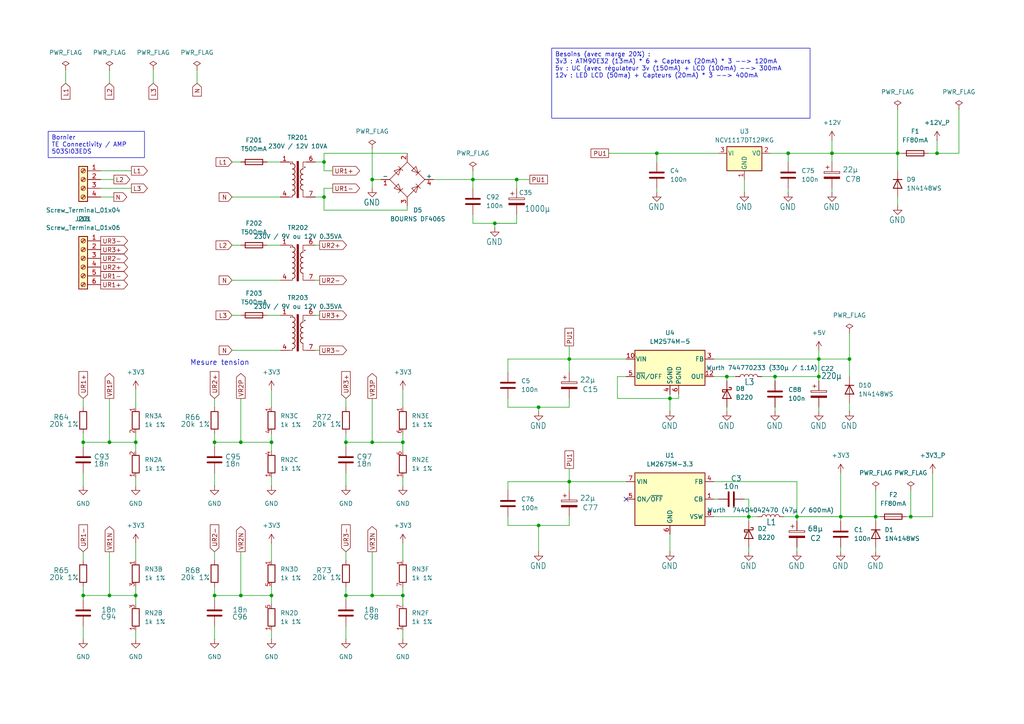
<source format=kicad_sch>
(kicad_sch (version 20231120) (generator "eeschema") (generator_version "8.0")
  (paper "A4")
  (lib_symbols
    (symbol "Connector:Screw_Terminal_01x04" (pin_names (offset 1.016) hide)
      (property "Reference" "J" (at 0 5.08 0))
      (property "Value" "Screw_Terminal_01x04" (at 0 -7.62 0))
      (symbol "Screw_Terminal_01x04_1_1"
        (pin passive line (at -5.08 2.54 0) (length 3.81) (name "Pin_1") (number "1"))
        (pin passive line (at -5.08 0 0) (length 3.81) (name "Pin_2") (number "2"))
        (pin passive line (at -5.08 -2.54 0) (length 3.81) (name "Pin_3") (number "3"))
        (pin passive line (at -5.08 -5.08 0) (length 3.81) (name "Pin_4") (number "4"))
      )
    )
    (symbol "Connector:Screw_Terminal_01x06" (pin_names (offset 1.016) hide)
      (property "Reference" "J" (at 0 7.62 0))
      (property "Value" "Screw_Terminal_01x06" (at 0 -10.16 0))
      (symbol "Screw_Terminal_01x06_1_1"
        (pin passive line (at -5.08 5.08 0) (length 3.81) (name "Pin_1") (number "1"))
        (pin passive line (at -5.08 2.54 0) (length 3.81) (name "Pin_2") (number "2"))
        (pin passive line (at -5.08 0 0) (length 3.81) (name "Pin_3") (number "3"))
        (pin passive line (at -5.08 -2.54 0) (length 3.81) (name "Pin_4") (number "4"))
        (pin passive line (at -5.08 -5.08 0) (length 3.81) (name "Pin_5") (number "5"))
        (pin passive line (at -5.08 -7.62 0) (length 3.81) (name "Pin_6") (number "6"))
      )
    )
    (symbol "Device:C" (pin_numbers hide) (pin_names (offset 0.254))
      (property "Reference" "C" (at 0.635 2.54 0))
      (property "Value" "C" (at 0.635 -2.54 0))
      (symbol "C_1_1"
        (pin passive line (at 0 3.81 270) (length 2.794) (name "~") (number "1"))
        (pin passive line (at 0 -3.81 90) (length 2.794) (name "~") (number "2"))
      )
    )
    (symbol "Device:C_Polarized" (pin_numbers hide) (pin_names (offset 0.254))
      (property "Reference" "C" (at 0.635 2.54 0))
      (property "Value" "C_Polarized" (at 0.635 -2.54 0))
      (symbol "C_Polarized_1_1"
        (pin passive line (at 0 3.81 270) (length 2.794) (name "~") (number "1"))
        (pin passive line (at 0 -3.81 90) (length 2.794) (name "~") (number "2"))
      )
    )
    (symbol "Device:Fuse" (pin_numbers hide) (pin_names (offset 0))
      (property "Reference" "F" (at 2.032 0 90))
      (property "Value" "Fuse" (at -1.905 0 90))
      (symbol "Fuse_1_1"
        (pin passive line (at 0 3.81 270) (length 1.27) (name "~") (number "1"))
        (pin passive line (at 0 -3.81 90) (length 1.27) (name "~") (number "2"))
      )
    )
    (symbol "Device:L" (pin_numbers hide) (pin_names (offset 1.016) hide)
      (property "Reference" "L" (at -1.27 0 90))
      (property "Value" "L" (at 1.905 0 90))
      (symbol "L_1_1"
        (pin passive line (at 0 3.81 270) (length 1.27) (name "1") (number "1"))
        (pin passive line (at 0 -3.81 90) (length 1.27) (name "2") (number "2"))
      )
    )
    (symbol "Device:R" (pin_numbers hide) (pin_names (offset 0))
      (property "Reference" "R" (at 2.032 0 90))
      (property "Value" "R" (at 0 0 90))
      (symbol "R_1_1"
        (pin passive line (at 0 3.81 270) (length 1.27) (name "~") (number "1"))
        (pin passive line (at 0 -3.81 90) (length 1.27) (name "~") (number "2"))
      )
    )
    (symbol "Device:R_Network06_Split" (pin_names (offset 0) hide)
      (property "Reference" "RN" (at 2.032 0 90))
      (property "Value" "R_Network06_Split" (at 0 0 90))
      (symbol "R_Network06_Split_0_1"
        (pin passive line (at 0 3.81 270) (length 1.27) (name "R1") (number "1"))
      )
      (symbol "R_Network06_Split_1_1"
        (pin passive line (at 0 -3.81 90) (length 1.27) (name "R1.2") (number "2"))
      )
      (symbol "R_Network06_Split_2_1"
        (pin passive line (at 0 -3.81 90) (length 1.27) (name "R2.2") (number "3"))
      )
      (symbol "R_Network06_Split_3_1"
        (pin passive line (at 0 -3.81 90) (length 1.27) (name "R3.2") (number "4"))
      )
      (symbol "R_Network06_Split_4_1"
        (pin passive line (at 0 -3.81 90) (length 1.27) (name "R4.2") (number "5"))
      )
      (symbol "R_Network06_Split_5_1"
        (pin passive line (at 0 -3.81 90) (length 1.27) (name "R5.2") (number "6"))
      )
      (symbol "R_Network06_Split_6_1"
        (pin passive line (at 0 -3.81 90) (length 1.27) (name "R6.2") (number "7"))
      )
    )
    (symbol "Diode:1N4148WS" (pin_numbers hide) (pin_names hide)
      (property "Reference" "D" (at 0 2.54 0))
      (property "Value" "1N4148WS" (at 0 -2.54 0))
      (symbol "1N4148WS_1_1"
        (pin passive line (at -3.81 0 0) (length 2.54) (name "K") (number "1"))
        (pin passive line (at 3.81 0 180) (length 2.54) (name "A") (number "2"))
      )
    )
    (symbol "Diode:B220" (pin_numbers hide) (pin_names (offset 1.016) hide)
      (property "Reference" "D" (at 0 2.54 0))
      (property "Value" "B220" (at 0 -2.54 0))
      (symbol "B220_1_1"
        (pin passive line (at -3.81 0 0) (length 2.54) (name "K") (number "1"))
        (pin passive line (at 3.81 0 180) (length 2.54) (name "A") (number "2"))
      )
    )
    (symbol "Diode_Bridge:B40C3x00-2200A" (pin_names (offset 0))
      (property "Reference" "D" (at 2.54 6.985 0))
      (property "Value" "B40C3x00-2200A" (at 2.54 5.08 0))
      (symbol "B40C3x00-2200A_1_1"
        (pin passive line (at -7.62 0 0) (length 2.54) (name "-") (number "1"))
        (pin passive line (at 0 7.62 270) (length 2.54) (name "~") (number "2"))
        (pin passive line (at 0 -7.62 90) (length 2.54) (name "~") (number "3"))
        (pin passive line (at 7.62 0 180) (length 2.54) (name "+") (number "4"))
      )
    )
    (symbol "Regulator_Linear:NCP1117-12_TO252" (pin_names (offset 0.254))
      (property "Reference" "U" (at -3.81 3.175 0))
      (property "Value" "NCP1117-12_TO252" (at 0 3.175 0))
      (symbol "NCP1117-12_TO252_1_1"
        (pin power_in line (at 0 -7.62 90) (length 2.54) (name "GND") (number "1"))
        (pin power_out line (at 7.62 0 180) (length 2.54) (name "VO") (number "2"))
        (pin power_in line (at -7.62 0 0) (length 2.54) (name "VI") (number "3"))
      )
    )
    (symbol "Regulator_Switching:LM2574M-5" (pin_names (offset 0.254))
      (property "Reference" "U" (at -10.16 6.35 0))
      (property "Value" "LM2574M-5" (at -5.08 6.35 0))
      (symbol "LM2574M-5_1_1"
        (pin power_in line (at -12.7 2.54 0) (length 2.54) (name "VIN") (number "10"))
        (pin output line (at 12.7 -2.54 180) (length 2.54) (name "OUT") (number "12"))
        (pin input line (at 12.7 2.54 180) (length 2.54) (name "FB") (number "3"))
        (pin power_in line (at 0 -7.62 90) (length 2.54) (name "SGND") (number "4"))
        (pin input line (at -12.7 -2.54 0) (length 2.54) (name "~{ON}/OFF") (number "5"))
        (pin power_in line (at 2.54 -7.62 90) (length 2.54) (name "PGND") (number "6"))
      )
    )
    (symbol "Regulator_Switching:LM2675M-3.3"
      (property "Reference" "U" (at -10.16 8.89 0))
      (property "Value" "LM2675M-3.3" (at 0 8.89 0))
      (symbol "LM2675M-3.3_1_1"
        (pin input line (at 12.7 0 180) (length 2.54) (name "CB") (number "1"))
        (pin no_connect line (at -10.16 -2.54 0) (length 2.54) hide (name "NC") (number "2"))
        (pin no_connect line (at -10.16 -5.08 0) (length 2.54) hide (name "NC") (number "3"))
        (pin input line (at 12.7 5.08 180) (length 2.54) (name "FB") (number "4"))
        (pin input line (at -12.7 0 0) (length 2.54) (name "ON/~{OFF}") (number "5"))
        (pin power_in line (at 0 -10.16 90) (length 2.54) (name "GND") (number "6"))
        (pin power_in line (at -12.7 5.08 0) (length 2.54) (name "VIN") (number "7"))
        (pin output line (at 12.7 -5.08 180) (length 2.54) (name "VSW") (number "8"))
      )
    )
    (symbol "Transformer:TEZ0.5-D-1" (pin_names (offset 0.0254))
      (property "Reference" "TR" (at 0 6.35 0))
      (property "Value" "TEZ0.5-D-1" (at 0 -6.35 0))
      (symbol "TEZ0.5-D-1_1_1"
        (pin passive line (at -5.08 5.08 0) (length 2.54) (name "~") (number "1"))
        (pin passive line (at -5.08 -5.08 0) (length 2.54) (name "~") (number "4"))
        (pin passive line (at 5.08 5.08 180) (length 2.54) (name "~") (number "6"))
        (pin passive line (at 5.08 -5.08 180) (length 2.54) (name "~") (number "7"))
      )
    )
    (symbol "power:+12V" (power) (pin_numbers hide) (pin_names (offset 0) hide)
      (property "Value" "+12V" (at 0 3.556 0))
      (symbol "+12V_1_1"
        (pin power_in line (at 0 0 90) (length 0) (name "~") (number "1"))
      )
    )
    (symbol "power:+3V3" (power) (pin_numbers hide) (pin_names (offset 0) hide)
      (property "Value" "+3V3" (at 0 3.556 0))
      (symbol "+3V3_1_1"
        (pin power_in line (at 0 0 90) (length 0) (name "~") (number "1"))
      )
    )
    (symbol "power:+5V" (power) (pin_numbers hide) (pin_names (offset 0) hide)
      (property "Value" "+5V" (at 0 3.556 0))
      (symbol "+5V_1_1"
        (pin power_in line (at 0 0 90) (length 0) (name "~") (number "1"))
      )
    )
    (symbol "power:GND" (power) (pin_numbers hide) (pin_names (offset 0) hide)
      (property "Value" "GND" (at 0 -3.81 0))
      (symbol "GND_1_1"
        (pin power_in line (at 0 0 270) (length 0) (name "~") (number "1"))
      )
    )
    (symbol "power:PWR_FLAG" (power) (pin_numbers hide) (pin_names (offset 0) hide)
      (property "Value" "PWR_FLAG" (at 0 3.81 0))
      (symbol "PWR_FLAG_0_0"
        (pin power_out line (at 0 0 90) (length 0) (name "~") (number "1"))
      )
    )
  )
  (junction (at 228.6 44.45))
  (junction (at 107.95 172.72))
  (junction (at 107.95 128.27))
  (junction (at 165.1 104.14))
  (junction (at 217.17 149.86))
  (junction (at 237.49 109.22))
  (junction (at 156.21 118.11))
  (junction (at 246.38 104.14))
  (junction (at 116.84 172.72))
  (junction (at 190.5 44.45))
  (junction (at 116.84 128.27))
  (junction (at 69.85 172.72))
  (junction (at 243.84 149.86))
  (junction (at 78.74 128.27))
  (junction (at 271.78 44.45))
  (junction (at 224.79 109.22))
  (junction (at 264.16 149.86))
  (junction (at 31.75 172.72))
  (junction (at 137.16 52.07))
  (junction (at 100.33 128.27))
  (junction (at 107.95 52.07))
  (junction (at 78.74 172.72))
  (junction (at 62.23 172.72))
  (junction (at 69.85 128.27))
  (junction (at 100.33 172.72))
  (junction (at 39.37 128.27))
  (junction (at 31.75 128.27))
  (junction (at 194.31 115.57))
  (junction (at 24.13 128.27))
  (junction (at 156.21 152.4))
  (junction (at 231.14 149.86))
  (junction (at 39.37 172.72))
  (junction (at 254 149.86))
  (junction (at 93.98 57.15))
  (junction (at 237.49 104.14))
  (junction (at 210.82 109.22))
  (junction (at 165.1 139.7))
  (junction (at 149.86 52.07))
  (junction (at 241.3 44.45))
  (junction (at 260.35 44.45))
  (junction (at 93.98 46.99))
  (junction (at 62.23 128.27))
  (junction (at 143.51 64.77))
  (junction (at 24.13 172.72))
  (no_connect (at 181.61 144.78))
  (wire (pts (xy 78.74 172.72) (xy 78.74 175.26)))
  (wire (pts (xy 39.37 128.27) (xy 31.75 128.27)))
  (wire (pts (xy 241.3 40.64) (xy 241.3 44.45)))
  (wire (pts (xy 241.3 44.45) (xy 241.3 46.99)))
  (wire (pts (xy 116.84 172.72) (xy 107.95 172.72)))
  (wire (pts (xy 231.14 149.86) (xy 227.33 149.86)))
  (wire (pts (xy 31.75 160.02) (xy 31.75 172.72)))
  (wire (pts (xy 107.95 43.18) (xy 107.95 52.07)))
  (wire (pts (xy 24.13 125.73) (xy 24.13 128.27)))
  (wire (pts (xy 91.44 71.12) (xy 92.71 71.12)))
  (wire (pts (xy 62.23 160.02) (xy 62.23 162.56)))
  (wire (pts (xy 224.79 118.11) (xy 224.79 119.38)))
  (wire (pts (xy 116.84 172.72) (xy 116.84 175.26)))
  (wire (pts (xy 165.1 142.24) (xy 165.1 139.7)))
  (wire (pts (xy 270.51 149.86) (xy 264.16 149.86)))
  (wire (pts (xy 194.31 114.3) (xy 194.31 115.57)))
  (wire (pts (xy 246.38 104.14) (xy 246.38 109.22)) (stroke (width 0.1524)))
  (wire (pts (xy 116.84 138.43) (xy 116.84 140.97)))
  (wire (pts (xy 137.16 49.53) (xy 137.16 52.07)))
  (wire (pts (xy 116.84 125.73) (xy 116.84 128.27)))
  (wire (pts (xy 149.86 64.77) (xy 149.86 62.23)) (stroke (width 0.1524)))
  (wire (pts (xy 67.31 46.99) (xy 69.85 46.99)))
  (wire (pts (xy 116.84 128.27) (xy 107.95 128.27)))
  (wire (pts (xy 91.44 46.99) (xy 93.98 46.99)))
  (wire (pts (xy 241.3 44.45) (xy 260.35 44.45)))
  (wire (pts (xy 69.85 172.72) (xy 62.23 172.72)))
  (wire (pts (xy 24.13 118.11) (xy 24.13 115.57)))
  (wire (pts (xy 91.44 101.6) (xy 92.71 101.6)))
  (wire (pts (xy 215.9 52.07) (xy 215.9 55.88)))
  (wire (pts (xy 93.98 54.61) (xy 96.52 54.61)))
  (wire (pts (xy 39.37 128.27) (xy 39.37 130.81)))
  (wire (pts (xy 207.01 149.86) (xy 217.17 149.86)))
  (wire (pts (xy 156.21 160.02) (xy 156.21 152.4)))
  (wire (pts (xy 78.74 128.27) (xy 69.85 128.27)))
  (wire (pts (xy 165.1 135.89) (xy 165.1 139.7)))
  (wire (pts (xy 231.14 158.75) (xy 231.14 160.02)))
  (wire (pts (xy 24.13 173.99) (xy 24.13 172.72)))
  (wire (pts (xy 156.21 119.38) (xy 156.21 118.11)))
  (wire (pts (xy 24.13 129.54) (xy 24.13 128.27)))
  (wire (pts (xy 24.13 172.72) (xy 31.75 172.72)))
  (wire (pts (xy 100.33 115.57) (xy 100.33 118.11)))
  (wire (pts (xy 147.32 142.24) (xy 147.32 139.7)))
  (wire (pts (xy 243.84 151.13) (xy 243.84 149.86)))
  (wire (pts (xy 207.01 104.14) (xy 237.49 104.14)))
  (wire (pts (xy 31.75 115.57) (xy 31.75 128.27)))
  (wire (pts (xy 62.23 140.97) (xy 62.23 137.16)))
  (wire (pts (xy 254 160.02) (xy 254 158.75)) (stroke (width 0.1524)))
  (wire (pts (xy 116.84 182.88) (xy 116.84 185.42)))
  (wire (pts (xy 62.23 170.18) (xy 62.23 172.72)))
  (wire (pts (xy 260.35 31.75) (xy 260.35 44.45)))
  (wire (pts (xy 237.49 104.14) (xy 237.49 109.22)) (stroke (width 0.1524)))
  (wire (pts (xy 69.85 115.57) (xy 69.85 128.27)))
  (wire (pts (xy 260.35 44.45) (xy 260.35 49.53)))
  (wire (pts (xy 93.98 46.99) (xy 93.98 44.45)))
  (wire (pts (xy 62.23 181.61) (xy 62.23 185.42)))
  (wire (pts (xy 190.5 44.45) (xy 208.28 44.45)))
  (wire (pts (xy 77.47 91.44) (xy 81.28 91.44)))
  (wire (pts (xy 237.49 110.49) (xy 237.49 109.22)))
  (wire (pts (xy 270.51 137.16) (xy 270.51 149.86)))
  (wire (pts (xy 179.07 109.22) (xy 181.61 109.22)))
  (wire (pts (xy 93.98 54.61) (xy 93.98 57.15)))
  (wire (pts (xy 91.44 57.15) (xy 93.98 57.15)))
  (wire (pts (xy 24.13 162.56) (xy 24.13 160.02)))
  (wire (pts (xy 137.16 62.23) (xy 137.16 64.77)))
  (wire (pts (xy 147.32 149.86) (xy 147.32 152.4)))
  (wire (pts (xy 207.01 139.7) (xy 231.14 139.7)))
  (wire (pts (xy 246.38 104.14) (xy 246.38 96.52)) (stroke (width 0.1524)))
  (wire (pts (xy 194.31 115.57) (xy 194.31 119.38)))
  (wire (pts (xy 165.1 149.86) (xy 165.1 152.4)))
  (wire (pts (xy 143.51 64.77) (xy 149.86 64.77)) (stroke (width 0.1524)))
  (wire (pts (xy 231.14 139.7) (xy 231.14 149.86)))
  (wire (pts (xy 241.3 54.61) (xy 241.3 55.88)))
  (wire (pts (xy 69.85 172.72) (xy 78.74 172.72)))
  (wire (pts (xy 196.85 114.3) (xy 196.85 115.57)))
  (wire (pts (xy 62.23 115.57) (xy 62.23 118.11)))
  (wire (pts (xy 260.35 59.69) (xy 260.35 57.15)) (stroke (width 0.1524)))
  (wire (pts (xy 228.6 54.61) (xy 228.6 55.88)))
  (wire (pts (xy 78.74 182.88) (xy 78.74 185.42)))
  (wire (pts (xy 39.37 138.43) (xy 39.37 140.97)))
  (wire (pts (xy 147.32 104.14) (xy 165.1 104.14)))
  (wire (pts (xy 24.13 128.27) (xy 31.75 128.27)))
  (wire (pts (xy 254 142.24) (xy 254 149.86)))
  (wire (pts (xy 165.1 104.14) (xy 181.61 104.14)))
  (wire (pts (xy 78.74 170.18) (xy 78.74 172.72)))
  (wire (pts (xy 107.95 52.07) (xy 110.49 52.07)))
  (wire (pts (xy 243.84 149.86) (xy 254 149.86)))
  (wire (pts (xy 116.84 157.48) (xy 116.84 162.56)))
  (wire (pts (xy 91.44 81.28) (xy 92.71 81.28)))
  (wire (pts (xy 149.86 52.07) (xy 149.86 54.61)))
  (wire (pts (xy 67.31 81.28) (xy 81.28 81.28)))
  (wire (pts (xy 147.32 115.57) (xy 147.32 118.11)))
  (wire (pts (xy 228.6 44.45) (xy 241.3 44.45)))
  (wire (pts (xy 176.53 44.45) (xy 190.5 44.45)))
  (wire (pts (xy 147.32 139.7) (xy 165.1 139.7)))
  (wire (pts (xy 96.52 49.53) (xy 93.98 49.53)))
  (wire (pts (xy 156.21 118.11) (xy 165.1 118.11)))
  (wire (pts (xy 255.27 149.86) (xy 254 149.86)))
  (wire (pts (xy 220.98 109.22) (xy 224.79 109.22)))
  (wire (pts (xy 107.95 172.72) (xy 100.33 172.72)))
  (wire (pts (xy 91.44 91.44) (xy 92.71 91.44)))
  (wire (pts (xy 243.84 149.86) (xy 243.84 137.16)) (stroke (width 0.1524)))
  (wire (pts (xy 143.51 64.77) (xy 149.86 64.77)))
  (wire (pts (xy 165.1 115.57) (xy 165.1 118.11)))
  (wire (pts (xy 100.33 129.54) (xy 100.33 128.27)))
  (wire (pts (xy 93.98 57.15) (xy 93.98 60.96)))
  (wire (pts (xy 149.86 52.07) (xy 153.67 52.07)))
  (wire (pts (xy 100.33 173.99) (xy 100.33 172.72)))
  (wire (pts (xy 278.13 31.75) (xy 278.13 44.45)))
  (wire (pts (xy 254 151.13) (xy 254 149.86)))
  (wire (pts (xy 194.31 115.57) (xy 196.85 115.57)))
  (wire (pts (xy 93.98 44.45) (xy 118.11 44.45)))
  (wire (pts (xy 116.84 170.18) (xy 116.84 172.72)))
  (wire (pts (xy 39.37 182.88) (xy 39.37 185.42)))
  (wire (pts (xy 224.79 109.22) (xy 237.49 109.22)) (stroke (width 0.1524)))
  (wire (pts (xy 69.85 128.27) (xy 62.23 128.27)))
  (wire (pts (xy 207.01 144.78) (xy 208.28 144.78)))
  (wire (pts (xy 24.13 170.18) (xy 24.13 172.72)))
  (wire (pts (xy 179.07 115.57) (xy 194.31 115.57)))
  (wire (pts (xy 271.78 40.64) (xy 271.78 44.45)))
  (wire (pts (xy 100.33 140.97) (xy 100.33 137.16)))
  (wire (pts (xy 223.52 44.45) (xy 228.6 44.45)))
  (wire (pts (xy 107.95 54.61) (xy 107.95 52.07)))
  (wire (pts (xy 194.31 154.94) (xy 194.31 160.02)))
  (wire (pts (xy 147.32 152.4) (xy 156.21 152.4)))
  (wire (pts (xy 243.84 158.75) (xy 243.84 160.02)))
  (wire (pts (xy 67.31 71.12) (xy 69.85 71.12)))
  (wire (pts (xy 62.23 129.54) (xy 62.23 128.27)))
  (wire (pts (xy 210.82 109.22) (xy 210.82 110.49)))
  (wire (pts (xy 39.37 157.48) (xy 39.37 162.56)))
  (wire (pts (xy 44.45 20.32) (xy 44.45 24.13)))
  (wire (pts (xy 147.32 107.95) (xy 147.32 104.14)))
  (wire (pts (xy 69.85 160.02) (xy 69.85 172.72)))
  (wire (pts (xy 78.74 138.43) (xy 78.74 140.97)))
  (wire (pts (xy 39.37 172.72) (xy 39.37 175.26)))
  (wire (pts (xy 210.82 118.11) (xy 210.82 119.38)))
  (wire (pts (xy 78.74 113.03) (xy 78.74 118.11)))
  (wire (pts (xy 243.84 149.86) (xy 254 149.86)) (stroke (width 0.1524)))
  (wire (pts (xy 29.21 49.53) (xy 38.1 49.53)))
  (wire (pts (xy 116.84 113.03) (xy 116.84 118.11)))
  (wire (pts (xy 100.33 160.02) (xy 100.33 162.56)))
  (wire (pts (xy 107.95 160.02) (xy 107.95 172.72)))
  (wire (pts (xy 190.5 44.45) (xy 190.5 46.99)))
  (wire (pts (xy 224.79 110.49) (xy 224.79 109.22)))
  (wire (pts (xy 24.13 181.61) (xy 24.13 185.42)))
  (wire (pts (xy 29.21 57.15) (xy 33.02 57.15)))
  (wire (pts (xy 207.01 109.22) (xy 210.82 109.22)))
  (wire (pts (xy 107.95 128.27) (xy 100.33 128.27)))
  (wire (pts (xy 137.16 64.77) (xy 143.51 64.77)))
  (wire (pts (xy 147.32 118.11) (xy 156.21 118.11)))
  (wire (pts (xy 67.31 91.44) (xy 69.85 91.44)))
  (wire (pts (xy 78.74 125.73) (xy 78.74 128.27)))
  (wire (pts (xy 217.17 158.75) (xy 217.17 160.02)))
  (wire (pts (xy 237.49 101.6) (xy 237.49 104.14)) (stroke (width 0.1524)))
  (wire (pts (xy 57.15 20.32) (xy 57.15 24.13)))
  (wire (pts (xy 217.17 144.78) (xy 217.17 149.86)))
  (wire (pts (xy 29.21 54.61) (xy 38.1 54.61)))
  (wire (pts (xy 77.47 71.12) (xy 81.28 71.12)))
  (wire (pts (xy 137.16 52.07) (xy 149.86 52.07)))
  (wire (pts (xy 237.49 104.14) (xy 246.38 104.14)) (stroke (width 0.1524)))
  (wire (pts (xy 137.16 52.07) (xy 137.16 54.61)))
  (wire (pts (xy 271.78 44.45) (xy 269.24 44.45)))
  (wire (pts (xy 217.17 149.86) (xy 217.17 151.13)))
  (wire (pts (xy 179.07 109.22) (xy 179.07 115.57)))
  (wire (pts (xy 116.84 128.27) (xy 116.84 130.81)))
  (wire (pts (xy 100.33 181.61) (xy 100.33 185.42)))
  (wire (pts (xy 264.16 149.86) (xy 262.89 149.86)))
  (wire (pts (xy 219.71 149.86) (xy 217.17 149.86)))
  (wire (pts (xy 156.21 152.4) (xy 165.1 152.4)))
  (wire (pts (xy 107.95 115.57) (xy 107.95 128.27)))
  (wire (pts (xy 39.37 113.03) (xy 39.37 118.11)))
  (wire (pts (xy 246.38 119.38) (xy 246.38 116.84)) (stroke (width 0.1524)))
  (wire (pts (xy 125.73 52.07) (xy 137.16 52.07)))
  (wire (pts (xy 39.37 172.72) (xy 31.75 172.72)))
  (wire (pts (xy 29.21 52.07) (xy 33.02 52.07)))
  (wire (pts (xy 260.35 44.45) (xy 261.62 44.45)))
  (wire (pts (xy 24.13 140.97) (xy 24.13 137.16)))
  (wire (pts (xy 100.33 125.73) (xy 100.33 128.27)))
  (wire (pts (xy 31.75 20.32) (xy 31.75 24.13)))
  (wire (pts (xy 39.37 128.27) (xy 39.37 125.73)))
  (wire (pts (xy 165.1 104.14) (xy 165.1 107.95)))
  (wire (pts (xy 62.23 125.73) (xy 62.23 128.27)))
  (wire (pts (xy 67.31 101.6) (xy 81.28 101.6)))
  (wire (pts (xy 237.49 119.38) (xy 237.49 118.11)) (stroke (width 0.1524)))
  (wire (pts (xy 19.05 20.32) (xy 19.05 24.13)))
  (wire (pts (xy 231.14 149.86) (xy 243.84 149.86)))
  (wire (pts (xy 143.51 66.04) (xy 143.51 64.77)) (stroke (width 0.1524)))
  (wire (pts (xy 165.1 139.7) (xy 181.61 139.7)))
  (wire (pts (xy 228.6 44.45) (xy 228.6 46.99)))
  (wire (pts (xy 118.11 60.96) (xy 118.11 59.69)))
  (wire (pts (xy 93.98 60.96) (xy 118.11 60.96)))
  (wire (pts (xy 165.1 100.33) (xy 165.1 104.14)))
  (wire (pts (xy 100.33 170.18) (xy 100.33 172.72)))
  (wire (pts (xy 231.14 149.86) (xy 243.84 149.86)) (stroke (width 0.1524)))
  (wire (pts (xy 231.14 151.13) (xy 231.14 149.86)))
  (wire (pts (xy 39.37 172.72) (xy 39.37 170.18)))
  (wire (pts (xy 190.5 54.61) (xy 190.5 55.88)))
  (wire (pts (xy 67.31 57.15) (xy 81.28 57.15)))
  (wire (pts (xy 78.74 157.48) (xy 78.74 162.56)))
  (wire (pts (xy 62.23 173.99) (xy 62.23 172.72)))
  (wire (pts (xy 77.47 46.99) (xy 81.28 46.99)))
  (wire (pts (xy 210.82 109.22) (xy 213.36 109.22)))
  (wire (pts (xy 78.74 128.27) (xy 78.74 130.81)))
  (wire (pts (xy 217.17 144.78) (xy 215.9 144.78)))
  (wire (pts (xy 93.98 49.53) (xy 93.98 46.99)))
  (wire (pts (xy 271.78 44.45) (xy 278.13 44.45)))
  (wire (pts (xy 264.16 142.24) (xy 264.16 149.86)))
  (text_box "Bornier \nTE Connectivity / AMP \n503SI03EDS" (at 13.97 38.1 0) (size 27.94 7.62) (effects (font (size 1.27 1.27)) (justify left top)))
  (text_box "Besoins (avec marge 20%) :\n3v3 : ATM90E32 (13mA) * 6 + Capteurs (20mA) * 3 --> 120mA\n5v : UC (avec régulateur 3v (150mA) + LCD (100mA) --> 300mA \n12v : LED LCD (50ma) + Capteurs (20mA) * 3 --> 400mA" (at 160.02 13.97 0) (size 74.93 20.32) (effects (font (size 1.27 1.27)) (justify left top)))
  (text "Mesure tension" (at 55.118 106.172 0) (effects (font (size 1.4986 1.4986)) (justify left bottom)))
  (global_label "L2" (shape output) (at 33.02 52.07 0) (property "Intersheetrefs" "${INTERSHEET_REFS}" (effects (hide yes))))
  (global_label "VR3P" (shape output) (at 107.95 115.57 90) (property "Intersheetrefs" "${INTERSHEET_REFS}" (effects (hide yes))))
  (global_label "UR1-" (shape input) (at 24.13 160.02 90) (property "Intersheetrefs" "${INTERSHEET_REFS}" (effects (hide yes))))
  (global_label "N" (shape input) (at 67.31 101.6 180) (property "Intersheetrefs" "${INTERSHEET_REFS}" (effects (hide yes))))
  (global_label "L2" (shape input) (at 31.75 24.13 270) (property "Intersheetrefs" "${INTERSHEET_REFS}" (effects (hide yes))))
  (global_label "VR3N" (shape output) (at 107.95 160.02 90) (property "Intersheetrefs" "${INTERSHEET_REFS}" (effects (hide yes))))
  (global_label "L1" (shape input) (at 67.31 46.99 180) (property "Intersheetrefs" "${INTERSHEET_REFS}" (effects (hide yes))))
  (global_label "L1" (shape output) (at 38.1 49.53 0) (property "Intersheetrefs" "${INTERSHEET_REFS}" (effects (hide yes))))
  (global_label "UR2+" (shape input) (at 62.23 115.57 90) (property "Intersheetrefs" "${INTERSHEET_REFS}" (effects (hide yes))))
  (global_label "PU1" (shape passive) (at 176.53 44.45 180) (property "Intersheetrefs" "${INTERSHEET_REFS}" (effects (hide yes))))
  (global_label "UR3+" (shape output) (at 29.21 72.39 0) (property "Intersheetrefs" "${INTERSHEET_REFS}" (effects (hide yes))))
  (global_label "PU1" (shape passive) (at 165.1 135.89 90) (property "Intersheetrefs" "${INTERSHEET_REFS}" (effects (hide yes))))
  (global_label "VR2P" (shape output) (at 69.85 115.57 90) (property "Intersheetrefs" "${INTERSHEET_REFS}" (effects (hide yes))))
  (global_label "VR2N" (shape output) (at 69.85 160.02 90) (property "Intersheetrefs" "${INTERSHEET_REFS}" (effects (hide yes))))
  (global_label "UR1+" (shape input) (at 24.13 115.57 90) (property "Intersheetrefs" "${INTERSHEET_REFS}" (effects (hide yes))))
  (global_label "PU1" (shape passive) (at 153.67 52.07 0) (property "Intersheetrefs" "${INTERSHEET_REFS}" (effects (hide yes))))
  (global_label "UR2-" (shape output) (at 92.71 81.28 0) (property "Intersheetrefs" "${INTERSHEET_REFS}" (effects (hide yes))))
  (global_label "UR3+" (shape output) (at 92.71 91.44 0) (property "Intersheetrefs" "${INTERSHEET_REFS}" (effects (hide yes))))
  (global_label "N" (shape input) (at 67.31 57.15 180) (property "Intersheetrefs" "${INTERSHEET_REFS}" (effects (hide yes))))
  (global_label "N" (shape input) (at 67.31 81.28 180) (property "Intersheetrefs" "${INTERSHEET_REFS}" (effects (hide yes))))
  (global_label "UR3+" (shape input) (at 100.33 115.57 90) (property "Intersheetrefs" "${INTERSHEET_REFS}" (effects (hide yes))))
  (global_label "UR2+" (shape output) (at 92.71 71.12 0) (property "Intersheetrefs" "${INTERSHEET_REFS}" (effects (hide yes))))
  (global_label "UR1-" (shape output) (at 29.21 80.01 0) (property "Intersheetrefs" "${INTERSHEET_REFS}" (effects (hide yes))))
  (global_label "UR1+" (shape output) (at 96.52 49.53 0) (property "Intersheetrefs" "${INTERSHEET_REFS}" (effects (hide yes))))
  (global_label "UR2-" (shape input) (at 62.23 160.02 90) (property "Intersheetrefs" "${INTERSHEET_REFS}" (effects (hide yes))))
  (global_label "UR2+" (shape output) (at 29.21 77.47 0) (property "Intersheetrefs" "${INTERSHEET_REFS}" (effects (hide yes))))
  (global_label "UR3-" (shape output) (at 29.21 69.85 0) (property "Intersheetrefs" "${INTERSHEET_REFS}" (effects (hide yes))))
  (global_label "UR2-" (shape output) (at 29.21 74.93 0) (property "Intersheetrefs" "${INTERSHEET_REFS}" (effects (hide yes))))
  (global_label "UR3-" (shape input) (at 100.33 160.02 90) (property "Intersheetrefs" "${INTERSHEET_REFS}" (effects (hide yes))))
  (global_label "L3" (shape output) (at 38.1 54.61 0) (property "Intersheetrefs" "${INTERSHEET_REFS}" (effects (hide yes))))
  (global_label "L3" (shape input) (at 44.45 24.13 270) (property "Intersheetrefs" "${INTERSHEET_REFS}" (effects (hide yes))))
  (global_label "L3" (shape input) (at 67.31 91.44 180) (property "Intersheetrefs" "${INTERSHEET_REFS}" (effects (hide yes))))
  (global_label "L1" (shape input) (at 19.05 24.13 270) (property "Intersheetrefs" "${INTERSHEET_REFS}" (effects (hide yes))))
  (global_label "UR1+" (shape output) (at 29.21 82.55 0) (property "Intersheetrefs" "${INTERSHEET_REFS}" (effects (hide yes))))
  (global_label "VR1P" (shape output) (at 31.75 115.57 90) (property "Intersheetrefs" "${INTERSHEET_REFS}" (effects (hide yes))))
  (global_label "N" (shape input) (at 57.15 24.13 270) (property "Intersheetrefs" "${INTERSHEET_REFS}" (effects (hide yes))))
  (global_label "UR1-" (shape output) (at 96.52 54.61 0) (property "Intersheetrefs" "${INTERSHEET_REFS}" (effects (hide yes))))
  (global_label "UR3-" (shape output) (at 92.71 101.6 0) (property "Intersheetrefs" "${INTERSHEET_REFS}" (effects (hide yes))))
  (global_label "VR1N" (shape output) (at 31.75 160.02 90) (property "Intersheetrefs" "${INTERSHEET_REFS}" (effects (hide yes))))
  (global_label "L2" (shape input) (at 67.31 71.12 180) (property "Intersheetrefs" "${INTERSHEET_REFS}" (effects (hide yes))))
  (global_label "PU1" (shape passive) (at 165.1 100.33 90) (property "Intersheetrefs" "${INTERSHEET_REFS}" (effects (hide yes))))
  (global_label "N" (shape output) (at 33.02 57.15 0) (property "Intersheetrefs" "${INTERSHEET_REFS}" (effects (hide yes))))
  (symbol (lib_id "Device:R") (at 100.33 121.92 180) (unit 1)
    (property "Reference" "R72" (at 96.266 120.142 0) (effects (font (size 1.4986 1.4986)) (justify left bottom)))
    (property "Value" "20k 1%" (at 99.06 122.174 0) (effects (font (size 1.4986 1.4986)) (justify left bottom)))
    (property "Footprint" "Resistor_SMD:R_1210_3225Metric_Pad1.30x2.65mm_HandSolder" (effects (hide yes)))
    (property "Description" "Resistor" (effects (hide yes)))
    (property "manf#" "RC0603JR-0710KL" (effects (hide yes)))
  )
  (symbol (lib_id "Device:R_Network06_Split") (at 39.37 179.07 180) (unit 2)
    (property "Reference" "RN2" (at 41.91 177.7999 0) (effects (justify right)))
    (property "Value" "1k 1%" (at 41.91 180.3399 0) (effects (justify right)))
    (property "Footprint" "Resistor_THT:R_Array_SIP7" (effects (hide yes)))
    (property "Datasheet" "http://www.vishay.com/docs/31509/csc.pdf" (effects (hide yes)))
    (property "Description" "6 resistor network, star topology, bussed resistors, split" (effects (hide yes)))
  )
  (symbol (lib_id "power:GND") (at 143.51 66.04 0) (unit 1)
    (property "Reference" "#GND0202" (effects (hide yes)))
    (property "Value" "GND" (at 140.97 71.12 0) (effects (font (size 1.778 1.5113)) (justify left bottom)))
    (property "Description" "Power symbol creates a global label with name \"GND\" , ground" (effects (hide yes)))
  )
  (symbol (lib_id "Device:R_Network06_Split") (at 78.74 179.07 180) (unit 4)
    (property "Reference" "RN2" (at 81.28 177.7999 0) (effects (justify right)))
    (property "Value" "1k 1%" (at 81.28 180.3399 0) (effects (justify right)))
    (property "Footprint" "Resistor_THT:R_Array_SIP7" (effects (hide yes)))
    (property "Datasheet" "http://www.vishay.com/docs/31509/csc.pdf" (effects (hide yes)))
    (property "Description" "6 resistor network, star topology, bussed resistors, split" (effects (hide yes)))
  )
  (symbol (lib_id "power:GND") (at 156.21 119.38 0) (unit 1)
    (property "Reference" "#GND0203" (effects (hide yes)))
    (property "Value" "GND" (at 153.67 124.46 0) (effects (font (size 1.778 1.5113)) (justify left bottom)))
    (property "Description" "Power symbol creates a global label with name \"GND\" , ground" (effects (hide yes)))
  )
  (symbol (lib_id "Device:R") (at 62.23 121.92 180) (unit 1)
    (property "Reference" "R66" (at 58.166 120.142 0) (effects (font (size 1.4986 1.4986)) (justify left bottom)))
    (property "Value" "20k 1%" (at 60.96 122.174 0) (effects (font (size 1.4986 1.4986)) (justify left bottom)))
    (property "Footprint" "Resistor_SMD:R_1210_3225Metric_Pad1.30x2.65mm_HandSolder" (effects (hide yes)))
    (property "Description" "Resistor" (effects (hide yes)))
    (property "manf#" "RC0603JR-0710KL" (effects (hide yes)))
  )
  (symbol (lib_id "power:PWR_FLAG") (at 254 142.24 0) (mirror y) (unit 1)
    (property "Reference" "#FLG0208" (effects (hide yes)))
    (property "Value" "PWR_FLAG" (at 254 137.16 0))
    (property "Description" "Special symbol for telling ERC where power comes from" (effects (hide yes)))
  )
  (symbol (lib_id "Diode_Bridge:B40C3x00-2200A") (at 118.11 52.07 0) (unit 1)
    (property "Reference" "D5" (at 121.158 60.96 0))
    (property "Value" "BOURNS DF406S" (at 121.158 63.5 0))
    (property "Footprint" "Diode_SMD:Diode_Bridge_Bourns_CD-DF4xxS" (effects (hide yes)))
    (property "Datasheet" "https://diotec.com/tl_files/diotec/files/pdf/datasheets/b40c3700" (effects (hide yes)))
    (property "Description" "Silicon Bridge Rectifier, 40V Vrms, 2.2A If, pins=-AA+, SIL-package" (effects (hide yes)))
  )
  (symbol (lib_id "power:+5V") (at 237.49 101.6 0) (unit 1)
    (property "Reference" "#PWR0219" (effects (hide yes)))
    (property "Value" "+5V" (at 237.49 96.52 0))
    (property "Description" "Power symbol creates a global label with name \"+5V\"" (effects (hide yes)))
  )
  (symbol (lib_id "power:GND") (at 217.17 160.02 0) (unit 1)
    (property "Reference" "#GND0210" (effects (hide yes)))
    (property "Value" "GND" (at 214.63 165.1 0) (effects (font (size 1.778 1.5113)) (justify left bottom)))
    (property "Description" "Power symbol creates a global label with name \"GND\" , ground" (effects (hide yes)))
  )
  (symbol (lib_id "Device:C_Polarized") (at 149.86 58.42 0) (unit 1)
    (property "Reference" "C35" (at 150.495 55.88 0) (effects (justify left)))
    (property "Value" "1000µ" (at 152.146 61.4934 0) (effects (font (size 1.778 1.5113)) (justify left bottom)))
    (property "Footprint" "Capacitor_THT:CP_Radial_D12.5mm_P5.00mm" (effects (hide yes)))
    (property "Description" "Polarized capacitor" (effects (hide yes)))
  )
  (symbol (lib_id "power:+3V3") (at 116.84 157.48 0) (unit 1)
    (property "Reference" "#PWR0217" (effects (hide yes)))
    (property "Value" "+3V3" (at 116.84 152.4 0))
    (property "Description" "Power symbol creates a global label with name \"+3V3\"" (effects (hide yes)))
  )
  (symbol (lib_id "Device:C") (at 147.32 111.76 0) (unit 1)
    (property "Reference" "C5" (at 151.13 110.49 0) (effects (justify left)))
    (property "Value" "100n" (at 151.13 113.03 0) (effects (justify left)))
    (property "Footprint" "Capacitor_SMD:C_1812_4532Metric_Pad1.57x3.40mm_HandSolder" (effects (hide yes)))
    (property "Description" "Unpolarized capacitor" (effects (hide yes)))
  )
  (symbol (lib_id "power:+12V") (at 271.78 40.64 0) (unit 1)
    (property "Reference" "#PWR0223" (effects (hide yes)))
    (property "Value" "+12V_P" (at 271.78 35.56 0))
    (property "Description" "Power symbol creates a global label with name \"+12V\"" (effects (hide yes)))
  )
  (symbol (lib_id "Connector:Screw_Terminal_01x06") (at 24.13 74.93 0) (mirror y) (unit 1)
    (property "Reference" "J16" (at 24.13 63.5 0))
    (property "Value" "Screw_Terminal_01x06" (at 24.13 66.04 0))
    (property "Footprint" "TerminalBlock_MetzConnect:TerminalBlock_MetzConnect_Type101_RT01606HBWC_1x06_P5.08mm_Horizontal" (effects (hide yes)))
    (property "Description" "Generic screw terminal, single row, 01x06, script generated (kicad-library-utils/schlib/autogen/connector/)" (effects (hide yes)))
  )
  (symbol (lib_id "Device:C_Polarized") (at 231.14 154.94 0) (unit 1)
    (property "Reference" "C2" (at 234.95 156.972 0) (effects (font (size 1.4986 1.4986)) (justify left bottom)))
    (property "Value" "68µ" (at 234.188 154.178 0) (effects (font (size 1.4986 1.4986)) (justify left bottom)))
    (property "Footprint" "Capacitor_SMD:CP_Elec_6.3x5.8" (effects (hide yes)))
    (property "Description" "Polarized capacitor" (effects (hide yes)))
    (property "manf#" "GRM21BR61E106MA73L" (effects (hide yes)))
  )
  (symbol (lib_id "power:GND") (at 39.37 140.97 0) (unit 1)
    (property "Reference" "#PWR0204" (effects (hide yes)))
    (property "Value" "GND" (at 39.37 146.05 0))
    (property "Description" "Power symbol creates a global label with name \"GND\" , ground" (effects (hide yes)))
  )
  (symbol (lib_id "power:GND") (at 224.79 119.38 0) (unit 1)
    (property "Reference" "#GND0211" (effects (hide yes)))
    (property "Value" "GND" (at 222.25 124.46 0) (effects (font (size 1.778 1.5113)) (justify left bottom)))
    (property "Description" "Power symbol creates a global label with name \"GND\" , ground" (effects (hide yes)))
  )
  (symbol (lib_id "Transformer:TEZ0.5-D-1") (at 86.36 76.2 0) (unit 1) (on_board no)
    (property "Reference" "TR202" (at 86.3981 66.04 0))
    (property "Value" "230V / 9V ou 12V 0.35VA" (at 86.3981 68.58 0))
    (property "Footprint" "Transformer_THT:Transformer_Breve_TEZ-22x24" (effects (hide yes)))
    (property "Datasheet" "http://www.breve.pl/pdf/ANG/TEZ_ang.pdf" (effects (hide yes)))
    (property "Description" "TEZ0.5/D/x, 0.5VA, Single Secondary, Cast Resin Transformer, PCB" (effects (hide yes)))
    (property "Radiosapre" "732-0279" (effects (hide yes)))
  )
  (symbol (lib_id "Device:L") (at 223.52 149.86 90) (unit 1)
    (property "Reference" "L1" (at 222.25 152.4 90) (effects (font (size 1.778 1.5113)) (justify right top)))
    (property "Value" "Wurth  74404042470 (47µ / 600mA)" (at 223.52 147.955 90))
    (property "Footprint" "Inductor_SMD:L_APV_ANR4018" (effects (hide yes)))
    (property "Description" "Inductor" (effects (hide yes)))
  )
  (symbol (lib_id "Regulator_Linear:NCP1117-12_TO252") (at 215.9 44.45 0) (unit 1)
    (property "Reference" "U3" (at 215.9 38.1 0))
    (property "Value" "NCV1117DT12RKG" (at 215.9 40.64 0))
    (property "Footprint" "Package_TO_SOT_SMD:TO-252-2" (effects (hide yes)))
    (property "Datasheet" "http://www.onsemi.com/pub_link/Collateral/NCP1117-D.PDF" (effects (hide yes)))
    (property "Description" "1A Low drop-out regulator, Fixed Output 12V, TO-252 (DPAK)" (effects (hide yes)))
  )
  (symbol (lib_id "Device:C_Polarized") (at 241.3 50.8 0) (unit 1)
    (property "Reference" "C78" (at 245.11 52.832 0) (effects (font (size 1.4986 1.4986)) (justify left bottom)))
    (property "Value" "22µ" (at 244.348 50.038 0) (effects (font (size 1.4986 1.4986)) (justify left bottom)))
    (property "Footprint" "Capacitor_SMD:CP_Elec_4x5.4" (effects (hide yes)))
    (property "Description" "Polarized capacitor" (effects (hide yes)))
    (property "manf#" "GRM21BR61E106MA73L" (effects (hide yes)))
  )
  (symbol (lib_id "power:GND") (at 194.31 160.02 0) (unit 1)
    (property "Reference" "#GND0207" (effects (hide yes)))
    (property "Value" "GND" (at 191.77 165.1 0) (effects (font (size 1.778 1.5113)) (justify left bottom)))
    (property "Description" "Power symbol creates a global label with name \"GND\" , ground" (effects (hide yes)))
  )
  (symbol (lib_id "Device:R_Network06_Split") (at 39.37 166.37 0) (unit 2)
    (property "Reference" "RN3" (at 41.91 165.0999 0) (effects (justify left)))
    (property "Value" "1k 1%" (at 41.91 167.6399 0) (effects (justify left)))
    (property "Footprint" "Resistor_THT:R_Array_SIP7" (effects (hide yes)))
    (property "Datasheet" "http://www.vishay.com/docs/31509/csc.pdf" (effects (hide yes)))
    (property "Description" "6 resistor network, star topology, bussed resistors, split" (effects (hide yes)))
  )
  (symbol (lib_id "power:GND") (at 228.6 55.88 0) (unit 1)
    (property "Reference" "#GND0212" (effects (hide yes)))
    (property "Value" "GND" (at 226.06 60.96 0) (effects (font (size 1.778 1.5113)) (justify left bottom)))
    (property "Description" "Power symbol creates a global label with name \"GND\" , ground" (effects (hide yes)))
  )
  (symbol (lib_id "power:PWR_FLAG") (at 260.35 31.75 0) (unit 1)
    (property "Reference" "#FLG0209" (effects (hide yes)))
    (property "Value" "PWR_FLAG" (at 260.35 26.67 0))
    (property "Description" "Special symbol for telling ERC where power comes from" (effects (hide yes)))
  )
  (symbol (lib_id "Connector:Screw_Terminal_01x04") (at 24.13 52.07 0) (mirror y) (unit 1) (on_board no)
    (property "Reference" "J201" (at 24.13 63.5 0))
    (property "Value" "Screw_Terminal_01x04" (at 24.13 60.96 0))
    (property "Description" "Generic screw terminal, single row, 01x04, script generated (kicad-library-utils/schlib/autogen/connector/)" (effects (hide yes)))
  )
  (symbol (lib_id "Device:Fuse") (at 73.66 46.99 90) (unit 1) (on_board no)
    (property "Reference" "F201" (at 73.66 40.64 90))
    (property "Value" "T500mA" (at 73.66 43.18 90))
    (property "Footprint" "Fuse:Fuse_Littelfuse_372_D8.50mm" (effects (hide yes)))
    (property "Description" "Fuse" (effects (hide yes)))
  )
  (symbol (lib_id "power:+12V") (at 241.3 40.64 0) (unit 1)
    (property "Reference" "#PWR0220" (effects (hide yes)))
    (property "Value" "+12V" (at 241.3 35.56 0))
    (property "Description" "Power symbol creates a global label with name \"+12V\"" (effects (hide yes)))
  )
  (symbol (lib_id "Device:C") (at 100.33 177.8 180) (unit 1)
    (property "Reference" "C98" (at 109.982 178.054 0) (effects (font (size 1.4986 1.4986)) (justify left bottom)))
    (property "Value" "18n" (at 109.982 176.022 0) (effects (font (size 1.4986 1.4986)) (justify left bottom)))
    (property "Footprint" "Capacitor_SMD:C_0805_2012Metric_Pad1.18x1.45mm_HandSolder" (effects (hide yes)))
    (property "Description" "Unpolarized capacitor" (effects (hide yes)))
    (property "manf#" "C0603C183K5RACTU" (effects (hide yes)))
  )
  (symbol (lib_id "Device:Fuse") (at 73.66 91.44 90) (unit 1) (on_board no)
    (property "Reference" "F203" (at 73.66 85.09 90))
    (property "Value" "T500mA" (at 73.66 87.63 90))
    (property "Footprint" "Fuse:Fuse_Littelfuse_372_D8.50mm" (effects (hide yes)))
    (property "Description" "Fuse" (effects (hide yes)))
  )
  (symbol (lib_id "power:GND") (at 100.33 185.42 0) (unit 1)
    (property "Reference" "#PWR0214" (effects (hide yes)))
    (property "Value" "GND" (at 100.33 190.5 0))
    (property "Description" "Power symbol creates a global label with name \"GND\" , ground" (effects (hide yes)))
  )
  (symbol (lib_id "power:+3V3") (at 243.84 137.16 0) (unit 1)
    (property "Reference" "#PWR0221" (effects (hide yes)))
    (property "Value" "+3V3" (at 243.84 132.08 0))
    (property "Description" "Power symbol creates a global label with name \"+3V3\"" (effects (hide yes)))
  )
  (symbol (lib_id "Regulator_Switching:LM2675M-3.3") (at 194.31 144.78 0) (unit 1)
    (property "Reference" "U1" (at 194.31 132.08 0))
    (property "Value" "LM2675M-3.3" (at 194.31 134.62 0))
    (property "Footprint" "Package_SO:SOIC-8_3.9x4.9mm_P1.27mm" (effects (hide yes)))
    (property "Datasheet" "http://www.ti.com/lit/ds/symlink/lm2675.pdf" (effects (hide yes)))
    (property "Description" "3.3V, 1A Step-Down Voltage Regulator, SO-8" (effects (hide yes)))
  )
  (symbol (lib_id "Device:C") (at 62.23 133.35 0) (unit 1)
    (property "Reference" "C95" (at 65.278 133.35 0) (effects (font (size 1.4986 1.4986)) (justify left bottom)))
    (property "Value" "18n" (at 65.278 135.382 0) (effects (font (size 1.4986 1.4986)) (justify left bottom)))
    (property "Footprint" "Capacitor_SMD:C_0805_2012Metric_Pad1.18x1.45mm_HandSolder" (effects (hide yes)))
    (property "Description" "Unpolarized capacitor" (effects (hide yes)))
    (property "manf#" "C0603C183K5RACTU" (effects (hide yes)))
  )
  (symbol (lib_id "power:GND") (at 260.35 59.69 0) (unit 1)
    (property "Reference" "#GND0219" (effects (hide yes)))
    (property "Value" "GND" (at 257.81 64.77 0) (effects (font (size 1.778 1.5113)) (justify left bottom)))
    (property "Description" "Power symbol creates a global label with name \"GND\" , ground" (effects (hide yes)))
  )
  (symbol (lib_id "Transformer:TEZ0.5-D-1") (at 86.36 52.07 0) (unit 1) (on_board no)
    (property "Reference" "TR201" (at 86.36 39.878 0))
    (property "Value" "230V / 12V 10VA" (at 86.36 42.418 0))
    (property "Datasheet" "http://www.breve.pl/pdf/ANG/TEZ_ang.pdf" (effects (hide yes)))
    (property "Radiosapre" "732-0279" (effects (hide yes)))
  )
  (symbol (lib_id "Device:C") (at 100.33 133.35 0) (unit 1)
    (property "Reference" "C97" (at 103.378 133.35 0) (effects (font (size 1.4986 1.4986)) (justify left bottom)))
    (property "Value" "18n" (at 103.378 135.382 0) (effects (font (size 1.4986 1.4986)) (justify left bottom)))
    (property "Footprint" "Capacitor_SMD:C_0805_2012Metric_Pad1.18x1.45mm_HandSolder" (effects (hide yes)))
    (property "Description" "Unpolarized capacitor" (effects (hide yes)))
    (property "manf#" "C0603C183K5RACTU" (effects (hide yes)))
  )
  (symbol (lib_id "Device:C") (at 137.16 58.42 0) (unit 1)
    (property "Reference" "C92" (at 140.97 57.15 0) (effects (justify left)))
    (property "Value" "100n" (at 140.97 59.69 0) (effects (justify left)))
    (property "Footprint" "Capacitor_SMD:C_1812_4532Metric_Pad1.57x3.40mm_HandSolder" (effects (hide yes)))
    (property "Description" "Unpolarized capacitor" (effects (hide yes)))
  )
  (symbol (lib_id "Device:C") (at 24.13 177.8 180) (unit 1)
    (property "Reference" "C94" (at 33.782 178.054 0) (effects (font (size 1.4986 1.4986)) (justify left bottom)))
    (property "Value" "18n" (at 33.782 176.022 0) (effects (font (size 1.4986 1.4986)) (justify left bottom)))
    (property "Footprint" "Capacitor_SMD:C_0805_2012Metric_Pad1.18x1.45mm_HandSolder" (effects (hide yes)))
    (property "Description" "Unpolarized capacitor" (effects (hide yes)))
    (property "manf#" "C0603C183K5RACTU" (effects (hide yes)))
  )
  (symbol (lib_id "power:PWR_FLAG") (at 264.16 142.24 0) (unit 1)
    (property "Reference" "#FLG0210" (effects (hide yes)))
    (property "Value" "PWR_FLAG" (at 264.16 137.16 0))
    (property "Description" "Special symbol for telling ERC where power comes from" (effects (hide yes)))
  )
  (symbol (lib_id "power:+3V3") (at 116.84 113.03 0) (unit 1)
    (property "Reference" "#PWR0215" (effects (hide yes)))
    (property "Value" "+3V3" (at 116.84 107.95 0))
    (property "Description" "Power symbol creates a global label with name \"+3V3\"" (effects (hide yes)))
  )
  (symbol (lib_id "power:+3V3") (at 78.74 157.48 0) (unit 1)
    (property "Reference" "#PWR0211" (effects (hide yes)))
    (property "Value" "+3V3" (at 78.74 152.4 0))
    (property "Description" "Power symbol creates a global label with name \"+3V3\"" (effects (hide yes)))
  )
  (symbol (lib_id "Device:C") (at 243.84 154.94 0) (unit 1)
    (property "Reference" "C1" (at 247.65 153.67 0) (effects (justify left)))
    (property "Value" "100n" (at 247.65 156.21 0) (effects (justify left)))
    (property "Footprint" "Capacitor_SMD:C_1812_4532Metric_Pad1.57x3.40mm_HandSolder" (effects (hide yes)))
    (property "Description" "Unpolarized capacitor" (effects (hide yes)))
  )
  (symbol (lib_id "power:GND") (at 116.84 140.97 0) (unit 1)
    (property "Reference" "#PWR0216" (effects (hide yes)))
    (property "Value" "GND" (at 116.84 146.05 0))
    (property "Description" "Power symbol creates a global label with name \"GND\" , ground" (effects (hide yes)))
  )
  (symbol (lib_id "power:GND") (at 231.14 160.02 0) (unit 1)
    (property "Reference" "#GND0213" (effects (hide yes)))
    (property "Value" "GND" (at 228.6 165.1 0) (effects (font (size 1.778 1.5113)) (justify left bottom)))
    (property "Description" "Power symbol creates a global label with name \"GND\" , ground" (effects (hide yes)))
  )
  (symbol (lib_id "Device:R") (at 24.13 166.37 180) (unit 1)
    (property "Reference" "R65" (at 20.066 164.592 0) (effects (font (size 1.4986 1.4986)) (justify left bottom)))
    (property "Value" "20k 1%" (at 22.86 166.624 0) (effects (font (size 1.4986 1.4986)) (justify left bottom)))
    (property "Footprint" "Resistor_SMD:R_1210_3225Metric_Pad1.30x2.65mm_HandSolder" (effects (hide yes)))
    (property "Description" "Resistor" (effects (hide yes)))
    (property "manf#" "RC0603JR-0710KL" (effects (hide yes)))
  )
  (symbol (lib_id "power:+3V3") (at 78.74 113.03 0) (unit 1)
    (property "Reference" "#PWR0209" (effects (hide yes)))
    (property "Value" "+3V3" (at 78.74 107.95 0))
    (property "Description" "Power symbol creates a global label with name \"+3V3\"" (effects (hide yes)))
  )
  (symbol (lib_id "Device:R") (at 24.13 121.92 180) (unit 1)
    (property "Reference" "R64" (at 20.066 120.142 0) (effects (font (size 1.4986 1.4986)) (justify left bottom)))
    (property "Value" "20k 1%" (at 22.86 122.174 0) (effects (font (size 1.4986 1.4986)) (justify left bottom)))
    (property "Footprint" "Resistor_SMD:R_1210_3225Metric_Pad1.30x2.65mm_HandSolder" (effects (hide yes)))
    (property "Description" "Resistor" (effects (hide yes)))
    (property "manf#" "RC0603JR-0710KL" (effects (hide yes)))
  )
  (symbol (lib_id "power:GND") (at 190.5 55.88 0) (unit 1)
    (property "Reference" "#GND0205" (effects (hide yes)))
    (property "Value" "GND" (at 187.96 60.96 0) (effects (font (size 1.778 1.5113)) (justify left bottom)))
    (property "Description" "Power symbol creates a global label with name \"GND\" , ground" (effects (hide yes)))
  )
  (symbol (lib_id "Device:R_Network06_Split") (at 116.84 166.37 0) (unit 6)
    (property "Reference" "RN3" (at 119.38 165.0999 0) (effects (justify left)))
    (property "Value" "1k 1%" (at 119.38 167.6399 0) (effects (justify left)))
    (property "Footprint" "Resistor_THT:R_Array_SIP7" (effects (hide yes)))
    (property "Datasheet" "http://www.vishay.com/docs/31509/csc.pdf" (effects (hide yes)))
    (property "Description" "6 resistor network, star topology, bussed resistors, split" (effects (hide yes)))
  )
  (symbol (lib_id "Device:C") (at 147.32 146.05 0) (unit 1)
    (property "Reference" "C76" (at 151.13 144.78 0) (effects (justify left)))
    (property "Value" "100n" (at 151.13 147.32 0) (effects (justify left)))
    (property "Footprint" "Capacitor_SMD:C_1812_4532Metric_Pad1.57x3.40mm_HandSolder" (effects (hide yes)))
    (property "Description" "Unpolarized capacitor" (effects (hide yes)))
  )
  (symbol (lib_id "power:GND") (at 62.23 140.97 0) (unit 1)
    (property "Reference" "#PWR0207" (effects (hide yes)))
    (property "Value" "GND" (at 62.23 146.05 0))
    (property "Description" "Power symbol creates a global label with name \"GND\" , ground" (effects (hide yes)))
  )
  (symbol (lib_id "Device:C") (at 62.23 177.8 180) (unit 1)
    (property "Reference" "C96" (at 71.882 178.054 0) (effects (font (size 1.4986 1.4986)) (justify left bottom)))
    (property "Value" "18n" (at 71.882 176.022 0) (effects (font (size 1.4986 1.4986)) (justify left bottom)))
    (property "Footprint" "Capacitor_SMD:C_0805_2012Metric_Pad1.18x1.45mm_HandSolder" (effects (hide yes)))
    (property "Description" "Unpolarized capacitor" (effects (hide yes)))
    (property "manf#" "C0603C183K5RACTU" (effects (hide yes)))
  )
  (symbol (lib_id "power:GND") (at 78.74 185.42 0) (unit 1)
    (property "Reference" "#PWR0212" (effects (hide yes)))
    (property "Value" "GND" (at 78.74 190.5 0))
    (property "Description" "Power symbol creates a global label with name \"GND\" , ground" (effects (hide yes)))
  )
  (symbol (lib_id "power:GND") (at 62.23 185.42 0) (unit 1)
    (property "Reference" "#PWR0208" (effects (hide yes)))
    (property "Value" "GND" (at 62.23 190.5 0))
    (property "Description" "Power symbol creates a global label with name \"GND\" , ground" (effects (hide yes)))
  )
  (symbol (lib_id "power:GND") (at 237.49 119.38 0) (unit 1)
    (property "Reference" "#GND0214" (effects (hide yes)))
    (property "Value" "GND" (at 234.95 124.46 0) (effects (font (size 1.778 1.5113)) (justify left bottom)))
    (property "Description" "Power symbol creates a global label with name \"GND\" , ground" (effects (hide yes)))
  )
  (symbol (lib_id "power:GND") (at 246.38 119.38 0) (unit 1)
    (property "Reference" "#GND0217" (effects (hide yes)))
    (property "Value" "GND" (at 243.84 124.46 0) (effects (font (size 1.778 1.5113)) (justify left bottom)))
    (property "Description" "Power symbol creates a global label with name \"GND\" , ground" (effects (hide yes)))
  )
  (symbol (lib_id "power:GND") (at 39.37 185.42 0) (unit 1)
    (property "Reference" "#PWR0206" (effects (hide yes)))
    (property "Value" "GND" (at 39.37 190.5 0))
    (property "Description" "Power symbol creates a global label with name \"GND\" , ground" (effects (hide yes)))
  )
  (symbol (lib_id "power:GND") (at 210.82 119.38 0) (unit 1)
    (property "Reference" "#GND0208" (effects (hide yes)))
    (property "Value" "GND" (at 208.28 124.46 0) (effects (font (size 1.778 1.5113)) (justify left bottom)))
    (property "Description" "Power symbol creates a global label with name \"GND\" , ground" (effects (hide yes)))
  )
  (symbol (lib_id "power:GND") (at 107.95 54.61 0) (unit 1)
    (property "Reference" "#GND0201" (effects (hide yes)))
    (property "Value" "GND" (at 105.41 59.69 0) (effects (font (size 1.778 1.5113)) (justify left bottom)))
    (property "Description" "Power symbol creates a global label with name \"GND\" , ground" (effects (hide yes)))
  )
  (symbol (lib_id "Device:R_Network06_Split") (at 116.84 179.07 180) (unit 6)
    (property "Reference" "RN2" (at 119.38 177.7999 0) (effects (justify right)))
    (property "Value" "1k 1%" (at 119.38 180.3399 0) (effects (justify right)))
    (property "Footprint" "Resistor_THT:R_Array_SIP7" (effects (hide yes)))
    (property "Datasheet" "http://www.vishay.com/docs/31509/csc.pdf" (effects (hide yes)))
    (property "Description" "6 resistor network, star topology, bussed resistors, split" (effects (hide yes)))
  )
  (symbol (lib_id "Device:Fuse") (at 73.66 71.12 90) (unit 1) (on_board no)
    (property "Reference" "F202" (at 73.66 64.77 90))
    (property "Value" "T500mA" (at 73.66 67.31 90))
    (property "Footprint" "Fuse:Fuse_Littelfuse_372_D8.50mm" (effects (hide yes)))
    (property "Description" "Fuse" (effects (hide yes)))
  )
  (symbol (lib_id "power:GND") (at 100.33 140.97 0) (unit 1)
    (property "Reference" "#PWR0213" (effects (hide yes)))
    (property "Value" "GND" (at 100.33 146.05 0))
    (property "Description" "Power symbol creates a global label with name \"GND\" , ground" (effects (hide yes)))
  )
  (symbol (lib_id "power:+3V3") (at 39.37 157.48 0) (unit 1)
    (property "Reference" "#PWR0205" (effects (hide yes)))
    (property "Value" "+3V3" (at 39.37 152.4 0))
    (property "Description" "Power symbol creates a global label with name \"+3V3\"" (effects (hide yes)))
  )
  (symbol (lib_id "Diode:1N4148WS") (at 246.38 113.03 270) (unit 1)
    (property "Reference" "D10" (at 248.92 111.7599 90) (effects (justify left)))
    (property "Value" "1N4148WS" (at 248.92 114.2999 90) (effects (justify left)))
    (property "Footprint" "Diode_SMD:D_SOD-323" (effects (hide yes)))
    (property "Datasheet" "https://www.vishay.com/docs/85751/1n4148ws.pdf" (effects (hide yes)))
    (property "Description" "75V 0.15A Fast switching Diode, SOD-323" (effects (hide yes)))
    (property "Sim.Device" "D" (effects (hide yes)))
    (property "Sim.Pins" "1=K 2=A" (effects (hide yes)))
  )
  (symbol (lib_id "power:+3V3") (at 270.51 137.16 0) (unit 1)
    (property "Reference" "#PWR0222" (effects (hide yes)))
    (property "Value" "+3V3_P" (at 270.51 132.08 0))
    (property "Description" "Power symbol creates a global label with name \"+3V3\"" (effects (hide yes)))
  )
  (symbol (lib_id "Regulator_Switching:LM2574M-5") (at 194.31 106.68 0) (unit 1)
    (property "Reference" "U4" (at 194.31 96.52 0))
    (property "Value" "LM2574M-5" (at 194.31 99.06 0))
    (property "Footprint" "Package_SO:SOIC-14W_7.5x9mm_P1.27mm" (effects (hide yes)))
    (property "Datasheet" "http://www.national.com/ds/LM/LM2574.pdf" (effects (hide yes)))
    (property "Description" "5V, 0.5A SIMPLE SWITCHER® Step-Down Voltage Regulator, SO-8" (effects (hide yes)))
  )
  (symbol (lib_id "power:PWR_FLAG") (at 31.75 20.32 0) (unit 1)
    (property "Reference" "#FLG0202" (effects (hide yes)))
    (property "Value" "PWR_FLAG" (at 31.75 15.24 0))
    (property "Description" "Special symbol for telling ERC where power comes from" (effects (hide yes)))
  )
  (symbol (lib_id "power:GND") (at 243.84 160.02 0) (unit 1)
    (property "Reference" "#GND0216" (effects (hide yes)))
    (property "Value" "GND" (at 241.3 165.1 0) (effects (font (size 1.778 1.5113)) (justify left bottom)))
    (property "Description" "Power symbol creates a global label with name \"GND\" , ground" (effects (hide yes)))
  )
  (symbol (lib_id "Device:C_Polarized") (at 237.49 114.3 0) (unit 1)
    (property "Reference" "C22" (at 237.998 106.934 0) (effects (justify left)))
    (property "Value" "220µ" (at 238.125 109.982 0) (effects (font (size 1.778 1.5113)) (justify left bottom)))
    (property "Footprint" "Capacitor_THT:CP_Radial_D6.3mm_P2.50mm" (effects (hide yes)))
    (property "Description" "Polarized capacitor" (effects (hide yes)))
  )
  (symbol (lib_id "power:GND") (at 254 160.02 0) (unit 1)
    (property "Reference" "#GND0218" (effects (hide yes)))
    (property "Value" "GND" (at 251.46 165.1 0) (effects (font (size 1.778 1.5113)) (justify left bottom)))
    (property "Description" "Power symbol creates a global label with name \"GND\" , ground" (effects (hide yes)))
  )
  (symbol (lib_id "Diode:B220") (at 217.17 154.94 270) (unit 1)
    (property "Reference" "D2" (at 219.71 153.3524 90) (effects (justify left)))
    (property "Value" "B220" (at 219.71 155.8924 90) (effects (justify left)))
    (property "Footprint" "Diode_SMD:D_SMB" (effects (hide yes)))
    (property "Datasheet" "http://www.jameco.com/Jameco/Products/ProdDS/1538777.pdf" (effects (hide yes)))
    (property "Description" "20V 2A Schottky Barrier Rectifier Diode, SMB" (effects (hide yes)))
  )
  (symbol (lib_id "power:PWR_FLAG") (at 107.95 43.18 0) (unit 1)
    (property "Reference" "#FLG0205" (effects (hide yes)))
    (property "Value" "PWR_FLAG" (at 107.95 38.1 0))
    (property "Description" "Special symbol for telling ERC where power comes from" (effects (hide yes)))
  )
  (symbol (lib_id "Diode:B220") (at 210.82 114.3 270) (unit 1)
    (property "Reference" "D8" (at 213.36 112.7124 90) (effects (justify left)))
    (property "Value" "B220" (at 213.36 115.2524 90) (effects (justify left)))
    (property "Footprint" "Diode_SMD:D_SMB" (effects (hide yes)))
    (property "Datasheet" "http://www.jameco.com/Jameco/Products/ProdDS/1538777.pdf" (effects (hide yes)))
    (property "Description" "20V 2A Schottky Barrier Rectifier Diode, SMB" (effects (hide yes)))
  )
  (symbol (lib_id "power:PWR_FLAG") (at 19.05 20.32 0) (unit 1)
    (property "Reference" "#FLG0201" (effects (hide yes)))
    (property "Value" "PWR_FLAG" (at 19.05 15.24 0))
    (property "Description" "Special symbol for telling ERC where power comes from" (effects (hide yes)))
  )
  (symbol (lib_id "Device:C") (at 212.09 144.78 90) (unit 1)
    (property "Reference" "C3" (at 215.138 137.922 90) (effects (font (size 1.4986 1.4986)) (justify left bottom)))
    (property "Value" "10n" (at 214.376 140.208 90) (effects (font (size 1.4986 1.4986)) (justify left bottom)))
    (property "Footprint" "Capacitor_SMD:C_0805_2012Metric_Pad1.18x1.45mm_HandSolder" (effects (hide yes)))
    (property "Description" "Unpolarized capacitor" (effects (hide yes)))
    (property "manf#" "C0603C183K5RACTU" (effects (hide yes)))
  )
  (symbol (lib_id "Device:C") (at 190.5 50.8 0) (unit 1)
    (property "Reference" "C4" (at 194.31 49.53 0) (effects (justify left)))
    (property "Value" "100n" (at 194.31 52.07 0) (effects (justify left)))
    (property "Footprint" "Capacitor_SMD:C_1812_4532Metric_Pad1.57x3.40mm_HandSolder" (effects (hide yes)))
    (property "Description" "Unpolarized capacitor" (effects (hide yes)))
  )
  (symbol (lib_id "Device:L") (at 217.17 109.22 90) (unit 1)
    (property "Reference" "L3" (at 215.9 111.76 90) (effects (font (size 1.778 1.5113)) (justify right top)))
    (property "Value" "Wurth 744770233 (330µ / 1.1A)" (at 220.98 106.68 90))
    (property "Footprint" "Inductor_SMD:L_12x12mm_H6mm" (effects (hide yes)))
    (property "Description" "Inductor" (effects (hide yes)))
  )
  (symbol (lib_id "power:GND") (at 156.21 160.02 0) (unit 1)
    (property "Reference" "#GND0204" (effects (hide yes)))
    (property "Value" "GND" (at 153.67 165.1 0) (effects (font (size 1.778 1.5113)) (justify left bottom)))
    (property "Description" "Power symbol creates a global label with name \"GND\" , ground" (effects (hide yes)))
  )
  (symbol (lib_id "Device:C") (at 224.79 114.3 0) (unit 1)
    (property "Reference" "C88" (at 228.6 113.03 0) (effects (justify left)))
    (property "Value" "100n" (at 228.6 115.57 0) (effects (justify left)))
    (property "Footprint" "Capacitor_SMD:C_1812_4532Metric_Pad1.57x3.40mm_HandSolder" (effects (hide yes)))
    (property "Description" "Unpolarized capacitor" (effects (hide yes)))
  )
  (symbol (lib_id "power:GND") (at 241.3 55.88 0) (unit 1)
    (property "Reference" "#GND0215" (effects (hide yes)))
    (property "Value" "GND" (at 238.76 60.96 0) (effects (font (size 1.778 1.5113)) (justify left bottom)))
    (property "Description" "Power symbol creates a global label with name \"GND\" , ground" (effects (hide yes)))
  )
  (symbol (lib_id "power:GND") (at 78.74 140.97 0) (unit 1)
    (property "Reference" "#PWR0210" (effects (hide yes)))
    (property "Value" "GND" (at 78.74 146.05 0))
    (property "Description" "Power symbol creates a global label with name \"GND\" , ground" (effects (hide yes)))
  )
  (symbol (lib_id "power:GND") (at 194.31 119.38 0) (unit 1)
    (property "Reference" "#GND0206" (effects (hide yes)))
    (property "Value" "GND" (at 191.77 124.46 0) (effects (font (size 1.778 1.5113)) (justify left bottom)))
    (property "Description" "Power symbol creates a global label with name \"GND\" , ground" (effects (hide yes)))
  )
  (symbol (lib_id "power:PWR_FLAG") (at 246.38 96.52 0) (mirror y) (unit 1)
    (property "Reference" "#FLG0207" (effects (hide yes)))
    (property "Value" "PWR_FLAG" (at 246.38 91.44 0))
    (property "Description" "Special symbol for telling ERC where power comes from" (effects (hide yes)))
  )
  (symbol (lib_id "Device:R_Network06_Split") (at 39.37 134.62 180) (unit 1)
    (property "Reference" "RN2" (at 41.91 133.3499 0) (effects (justify right)))
    (property "Value" "1k 1%" (at 41.91 135.8899 0) (effects (justify right)))
    (property "Footprint" "Resistor_THT:R_Array_SIP7" (effects (hide yes)))
    (property "Datasheet" "http://www.vishay.com/docs/31509/csc.pdf" (effects (hide yes)))
    (property "Description" "6 resistor network, star topology, bussed resistors, split" (effects (hide yes)))
  )
  (symbol (lib_id "Device:R") (at 62.23 166.37 180) (unit 1)
    (property "Reference" "R68" (at 58.166 164.592 0) (effects (font (size 1.4986 1.4986)) (justify left bottom)))
    (property "Value" "20k 1%" (at 60.96 166.624 0) (effects (font (size 1.4986 1.4986)) (justify left bottom)))
    (property "Footprint" "Resistor_SMD:R_1210_3225Metric_Pad1.30x2.65mm_HandSolder" (effects (hide yes)))
    (property "Description" "Resistor" (effects (hide yes)))
    (property "manf#" "RC0603JR-0710KL" (effects (hide yes)))
  )
  (symbol (lib_id "Device:Fuse") (at 259.08 149.86 90) (unit 1)
    (property "Reference" "F2" (at 259.08 143.51 90))
    (property "Value" "FF80mA" (at 259.08 146.05 90))
    (property "Footprint" "Fuse:Fuse_Bourns_MF-RG300" (effects (hide yes)))
    (property "Description" "Fuse" (effects (hide yes)))
  )
  (symbol (lib_id "Device:C") (at 24.13 133.35 0) (unit 1)
    (property "Reference" "C93" (at 27.178 133.35 0) (effects (font (size 1.4986 1.4986)) (justify left bottom)))
    (property "Value" "18n" (at 27.178 135.382 0) (effects (font (size 1.4986 1.4986)) (justify left bottom)))
    (property "Footprint" "Capacitor_SMD:C_0805_2012Metric_Pad1.18x1.45mm_HandSolder" (effects (hide yes)))
    (property "Description" "Unpolarized capacitor" (effects (hide yes)))
    (property "manf#" "C0603C183K5RACTU" (effects (hide yes)))
  )
  (symbol (lib_id "Device:R_Network06_Split") (at 78.74 134.62 180) (unit 3)
    (property "Reference" "RN2" (at 81.28 133.3499 0) (effects (justify right)))
    (property "Value" "1k 1%" (at 81.28 135.8899 0) (effects (justify right)))
    (property "Footprint" "Resistor_THT:R_Array_SIP7" (effects (hide yes)))
    (property "Datasheet" "http://www.vishay.com/docs/31509/csc.pdf" (effects (hide yes)))
    (property "Description" "6 resistor network, star topology, bussed resistors, split" (effects (hide yes)))
  )
  (symbol (lib_id "power:PWR_FLAG") (at 278.13 31.75 0) (unit 1)
    (property "Reference" "#FLG0211" (effects (hide yes)))
    (property "Value" "PWR_FLAG" (at 278.13 26.67 0))
    (property "Description" "Special symbol for telling ERC where power comes from" (effects (hide yes)))
  )
  (symbol (lib_id "Device:R") (at 100.33 166.37 180) (unit 1)
    (property "Reference" "R73" (at 96.266 164.592 0) (effects (font (size 1.4986 1.4986)) (justify left bottom)))
    (property "Value" "20k 1%" (at 99.06 166.624 0) (effects (font (size 1.4986 1.4986)) (justify left bottom)))
    (property "Footprint" "Resistor_SMD:R_1210_3225Metric_Pad1.30x2.65mm_HandSolder" (effects (hide yes)))
    (property "Description" "Resistor" (effects (hide yes)))
    (property "manf#" "RC0603JR-0710KL" (effects (hide yes)))
  )
  (symbol (lib_id "Transformer:TEZ0.5-D-1") (at 86.36 96.52 0) (unit 1) (on_board no)
    (property "Reference" "TR203" (at 86.3981 86.36 0))
    (property "Value" "230V / 9V ou 12V 0.35VA" (at 86.3981 88.9 0))
    (property "Footprint" "Transformer_THT:Transformer_Breve_TEZ-22x24" (effects (hide yes)))
    (property "Datasheet" "http://www.breve.pl/pdf/ANG/TEZ_ang.pdf" (effects (hide yes)))
    (property "Description" "TEZ0.5/D/x, 0.5VA, Single Secondary, Cast Resin Transformer, PCB" (effects (hide yes)))
    (property "Radiospare" "732-0279" (effects (hide yes)))
  )
  (symbol (lib_id "Device:Fuse") (at 265.43 44.45 90) (unit 1)
    (property "Reference" "F1" (at 265.43 38.1 90))
    (property "Value" "FF80mA" (at 265.43 40.64 90))
    (property "Footprint" "Fuse:Fuse_Bourns_MF-RG300" (effects (hide yes)))
    (property "Description" "Fuse" (effects (hide yes)))
  )
  (symbol (lib_id "power:GND") (at 24.13 185.42 0) (unit 1)
    (property "Reference" "#PWR0202" (effects (hide yes)))
    (property "Value" "GND" (at 24.13 190.5 0))
    (property "Description" "Power symbol creates a global label with name \"GND\" , ground" (effects (hide yes)))
  )
  (symbol (lib_id "Device:R_Network06_Split") (at 116.84 134.62 180) (unit 5)
    (property "Reference" "RN2" (at 119.38 133.3499 0) (effects (justify right)))
    (property "Value" "1k 1%" (at 119.38 135.8899 0) (effects (justify right)))
    (property "Footprint" "Resistor_THT:R_Array_SIP7" (effects (hide yes)))
    (property "Datasheet" "http://www.vishay.com/docs/31509/csc.pdf" (effects (hide yes)))
    (property "Description" "6 resistor network, star topology, bussed resistors, split" (effects (hide yes)))
  )
  (symbol (lib_id "power:GND") (at 215.9 55.88 0) (unit 1)
    (property "Reference" "#GND0209" (effects (hide yes)))
    (property "Value" "GND" (at 213.36 60.96 0) (effects (font (size 1.778 1.5113)) (justify left bottom)))
    (property "Description" "Power symbol creates a global label with name \"GND\" , ground" (effects (hide yes)))
  )
  (symbol (lib_id "Device:C_Polarized") (at 165.1 146.05 0) (unit 1)
    (property "Reference" "C77" (at 168.91 148.082 0) (effects (font (size 1.4986 1.4986)) (justify left bottom)))
    (property "Value" "22µ" (at 168.148 145.288 0) (effects (font (size 1.4986 1.4986)) (justify left bottom)))
    (property "Footprint" "Capacitor_SMD:CP_Elec_4x5.4" (effects (hide yes)))
    (property "Description" "Polarized capacitor" (effects (hide yes)))
    (property "manf#" "GRM21BR61E106MA73L" (effects (hide yes)))
  )
  (symbol (lib_id "power:GND") (at 116.84 185.42 0) (unit 1)
    (property "Reference" "#PWR0218" (effects (hide yes)))
    (property "Value" "GND" (at 116.84 190.5 0))
    (property "Description" "Power symbol creates a global label with name \"GND\" , ground" (effects (hide yes)))
  )
  (symbol (lib_id "power:PWR_FLAG") (at 57.15 20.32 0) (unit 1)
    (property "Reference" "#FLG0204" (effects (hide yes)))
    (property "Value" "PWR_FLAG" (at 57.15 15.24 0))
    (property "Description" "Special symbol for telling ERC where power comes from" (effects (hide yes)))
  )
  (symbol (lib_id "power:PWR_FLAG") (at 137.16 49.53 0) (unit 1)
    (property "Reference" "#FLG0206" (effects (hide yes)))
    (property "Value" "PWR_FLAG" (at 137.16 44.45 0))
    (property "Description" "Special symbol for telling ERC where power comes from" (effects (hide yes)))
  )
  (symbol (lib_id "power:+3V3") (at 39.37 113.03 0) (unit 1)
    (property "Reference" "#PWR0203" (effects (hide yes)))
    (property "Value" "+3V3" (at 39.37 107.95 0))
    (property "Description" "Power symbol creates a global label with name \"+3V3\"" (effects (hide yes)))
  )
  (symbol (lib_id "Device:C") (at 228.6 50.8 0) (unit 1)
    (property "Reference" "C75" (at 232.41 49.53 0) (effects (justify left)))
    (property "Value" "100n" (at 232.41 52.07 0) (effects (justify left)))
    (property "Footprint" "Capacitor_SMD:C_1812_4532Metric_Pad1.57x3.40mm_HandSolder" (effects (hide yes)))
    (property "Description" "Unpolarized capacitor" (effects (hide yes)))
  )
  (symbol (lib_id "Diode:1N4148WS") (at 254 154.94 270) (unit 1)
    (property "Reference" "D1" (at 256.54 153.6699 90) (effects (justify left)))
    (property "Value" "1N4148WS" (at 256.54 156.2099 90) (effects (justify left)))
    (property "Footprint" "Diode_SMD:D_SOD-323" (effects (hide yes)))
    (property "Datasheet" "https://www.vishay.com/docs/85751/1n4148ws.pdf" (effects (hide yes)))
    (property "Description" "75V 0.15A Fast switching Diode, SOD-323" (effects (hide yes)))
    (property "Sim.Device" "D" (effects (hide yes)))
    (property "Sim.Pins" "1=K 2=A" (effects (hide yes)))
  )
  (symbol (lib_id "Diode:1N4148WS") (at 260.35 53.34 270) (unit 1)
    (property "Reference" "D9" (at 262.89 52.0699 90) (effects (justify left)))
    (property "Value" "1N4148WS" (at 262.89 54.6099 90) (effects (justify left)))
    (property "Footprint" "Diode_SMD:D_SOD-323" (effects (hide yes)))
    (property "Datasheet" "https://www.vishay.com/docs/85751/1n4148ws.pdf" (effects (hide yes)))
    (property "Description" "75V 0.15A Fast switching Diode, SOD-323" (effects (hide yes)))
    (property "Sim.Device" "D" (effects (hide yes)))
    (property "Sim.Pins" "1=K 2=A" (effects (hide yes)))
  )
  (symbol (lib_id "Device:R_Network06_Split") (at 116.84 121.92 0) (unit 5)
    (property "Reference" "RN3" (at 119.38 120.6499 0) (effects (justify left)))
    (property "Value" "1k 1%" (at 119.38 123.1899 0) (effects (justify left)))
    (property "Footprint" "Resistor_THT:R_Array_SIP7" (effects (hide yes)))
    (property "Datasheet" "http://www.vishay.com/docs/31509/csc.pdf" (effects (hide yes)))
    (property "Description" "6 resistor network, star topology, bussed resistors, split" (effects (hide yes)))
  )
  (symbol (lib_id "power:GND") (at 24.13 140.97 0) (unit 1)
    (property "Reference" "#PWR0201" (effects (hide yes)))
    (property "Value" "GND" (at 24.13 146.05 0))
    (property "Description" "Power symbol creates a global label with name \"GND\" , ground" (effects (hide yes)))
  )
  (symbol (lib_id "Device:R_Network06_Split") (at 39.37 121.92 0) (unit 1)
    (property "Reference" "RN3" (at 41.91 120.6499 0) (effects (justify left)))
    (property "Value" "1k 1%" (at 41.91 123.1899 0) (effects (justify left)))
    (property "Footprint" "Resistor_THT:R_Array_SIP7" (effects (hide yes)))
    (property "Datasheet" "http://www.vishay.com/docs/31509/csc.pdf" (effects (hide yes)))
    (property "Description" "6 resistor network, star topology, bussed resistors, split" (effects (hide yes)))
  )
  (symbol (lib_id "Device:R_Network06_Split") (at 78.74 166.37 0) (unit 4)
    (property "Reference" "RN3" (at 81.28 165.0999 0) (effects (justify left)))
    (property "Value" "1k 1%" (at 81.28 167.6399 0) (effects (justify left)))
    (property "Footprint" "Resistor_THT:R_Array_SIP7" (effects (hide yes)))
    (property "Datasheet" "http://www.vishay.com/docs/31509/csc.pdf" (effects (hide yes)))
    (property "Description" "6 resistor network, star topology, bussed resistors, split" (effects (hide yes)))
  )
  (symbol (lib_id "Device:R_Network06_Split") (at 78.74 121.92 0) (unit 3)
    (property "Reference" "RN3" (at 81.28 120.6499 0) (effects (justify left)))
    (property "Value" "1k 1%" (at 81.28 123.1899 0) (effects (justify left)))
    (property "Footprint" "Resistor_THT:R_Array_SIP7" (effects (hide yes)))
    (property "Datasheet" "http://www.vishay.com/docs/31509/csc.pdf" (effects (hide yes)))
    (property "Description" "6 resistor network, star topology, bussed resistors, split" (effects (hide yes)))
  )
  (symbol (lib_id "Device:C_Polarized") (at 165.1 111.76 0) (unit 1)
    (property "Reference" "C15" (at 168.91 113.792 0) (effects (font (size 1.4986 1.4986)) (justify left bottom)))
    (property "Value" "22µ" (at 168.148 110.998 0) (effects (font (size 1.4986 1.4986)) (justify left bottom)))
    (property "Footprint" "Capacitor_SMD:CP_Elec_4x5.4" (effects (hide yes)))
    (property "Description" "Polarized capacitor" (effects (hide yes)))
    (property "manf#" "GRM21BR61E106MA73L" (effects (hide yes)))
  )
  (symbol (lib_id "power:PWR_FLAG") (at 44.45 20.32 0) (unit 1)
    (property "Reference" "#FLG0203" (effects (hide yes)))
    (property "Value" "PWR_FLAG" (at 44.45 15.24 0))
    (property "Description" "Special symbol for telling ERC where power comes from" (effects (hide yes)))
  )
)
</source>
